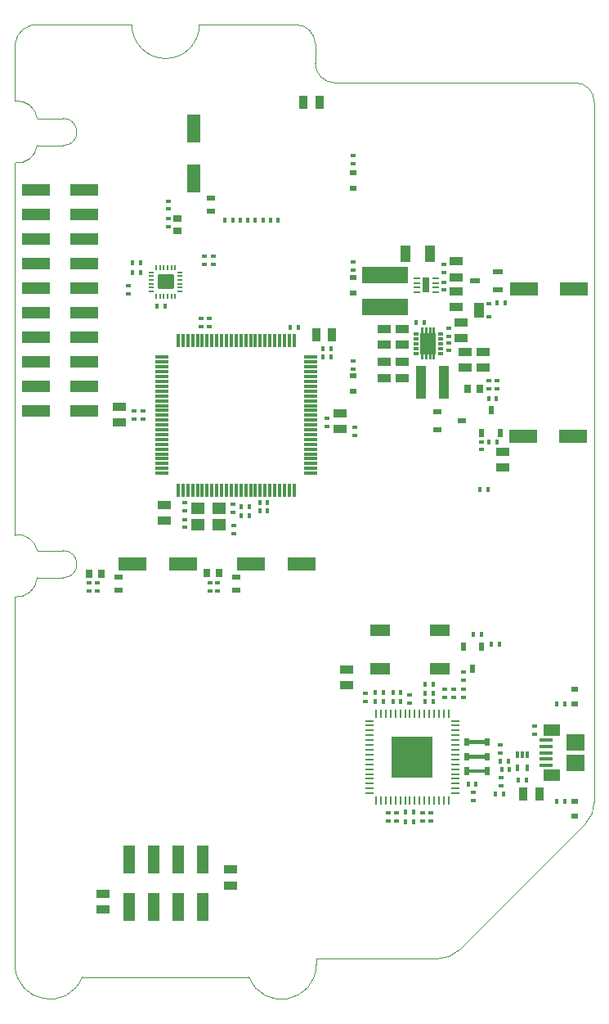
<source format=gtp>
G04 Layer_Color=8421504*
%FSLAX44Y44*%
%MOMM*%
G71*
G01*
G75*
%ADD10R,4.2500X4.2500*%
%ADD11R,0.8500X0.2800*%
%ADD12R,0.2800X0.8500*%
%ADD13R,2.6000X0.4000*%
%ADD14R,1.4000X1.2000*%
G04:AMPARAMS|DCode=15|XSize=1.54mm|YSize=1.7mm|CornerRadius=0.154mm|HoleSize=0mm|Usage=FLASHONLY|Rotation=270.000|XOffset=0mm|YOffset=0mm|HoleType=Round|Shape=RoundedRectangle|*
%AMROUNDEDRECTD15*
21,1,1.5400,1.3920,0,0,270.0*
21,1,1.2320,1.7000,0,0,270.0*
1,1,0.3080,-0.6960,-0.6160*
1,1,0.3080,-0.6960,0.6160*
1,1,0.3080,0.6960,0.6160*
1,1,0.3080,0.6960,-0.6160*
%
%ADD15ROUNDEDRECTD15*%
%ADD16R,0.5000X0.2000*%
%ADD17R,0.2000X0.5000*%
%ADD18R,1.4500X0.3000*%
%ADD19R,0.3000X1.4500*%
%ADD20R,0.8000X0.2500*%
%ADD21R,0.6900X1.6000*%
%ADD22R,0.6000X0.3500*%
%ADD23R,1.5800X2.1500*%
G04:AMPARAMS|DCode=24|XSize=0.56mm|YSize=0.41mm|CornerRadius=0.1025mm|HoleSize=0mm|Usage=FLASHONLY|Rotation=90.000|XOffset=0mm|YOffset=0mm|HoleType=Round|Shape=RoundedRectangle|*
%AMROUNDEDRECTD24*
21,1,0.5600,0.2050,0,0,90.0*
21,1,0.3550,0.4100,0,0,90.0*
1,1,0.2050,0.1025,0.1775*
1,1,0.2050,0.1025,-0.1775*
1,1,0.2050,-0.1025,-0.1775*
1,1,0.2050,-0.1025,0.1775*
%
%ADD24ROUNDEDRECTD24*%
G04:AMPARAMS|DCode=25|XSize=0.56mm|YSize=0.41mm|CornerRadius=0.1025mm|HoleSize=0mm|Usage=FLASHONLY|Rotation=180.000|XOffset=0mm|YOffset=0mm|HoleType=Round|Shape=RoundedRectangle|*
%AMROUNDEDRECTD25*
21,1,0.5600,0.2050,0,0,180.0*
21,1,0.3550,0.4100,0,0,180.0*
1,1,0.2050,-0.1775,0.1025*
1,1,0.2050,0.1775,0.1025*
1,1,0.2050,0.1775,-0.1025*
1,1,0.2050,-0.1775,-0.1025*
%
%ADD25ROUNDEDRECTD25*%
%ADD26R,0.8500X0.6000*%
%ADD27R,0.6000X0.9000*%
%ADD28R,1.0000X0.6000*%
%ADD29R,2.0000X1.2000*%
%ADD30R,4.8000X1.8000*%
%ADD31R,0.9800X3.4000*%
%ADD32R,0.8000X0.5000*%
%ADD33R,0.3000X0.7500*%
%ADD34R,1.1000X1.6000*%
%ADD35R,0.5000X0.4000*%
%ADD36R,0.9500X0.6000*%
%ADD37R,1.9000X1.7500*%
%ADD38R,1.8000X1.1500*%
%ADD39R,1.4000X0.4000*%
%ADD40R,2.9000X1.2700*%
%ADD41R,1.2700X2.9000*%
%ADD42R,2.9500X1.4000*%
%ADD43R,1.3500X0.8500*%
%ADD44R,0.8500X1.3500*%
%ADD45R,0.7500X0.8500*%
%ADD46R,0.8500X0.7500*%
%ADD47R,1.4000X2.9500*%
%ADD48R,1.1000X1.7000*%
%ADD52C,0.1000*%
G36*
X491500Y247000D02*
X486500D01*
Y249000D01*
X470500D01*
Y247000D01*
X465500D01*
Y255000D01*
X470500D01*
Y253000D01*
X486500D01*
Y255000D01*
X491500D01*
Y247000D01*
D02*
G37*
G36*
Y232000D02*
X486500D01*
Y234000D01*
X470500D01*
Y232000D01*
X465500D01*
Y240000D01*
X470500D01*
Y238000D01*
X486500D01*
Y240000D01*
X491500D01*
Y232000D01*
D02*
G37*
G36*
X435250Y688750D02*
X436000D01*
Y667250D01*
X435250D01*
Y661500D01*
X432750D01*
Y667250D01*
X431250D01*
Y661500D01*
X428750D01*
Y667250D01*
X427250D01*
Y661500D01*
X424750D01*
Y667250D01*
X423250D01*
Y661500D01*
X420750D01*
Y667250D01*
X420000D01*
Y688750D01*
X420750D01*
Y694500D01*
X423250D01*
Y688750D01*
X424750D01*
Y694500D01*
X427250D01*
Y688750D01*
X428750D01*
Y694500D01*
X431250D01*
Y688750D01*
X432750D01*
Y694500D01*
X435250D01*
Y688750D01*
D02*
G37*
G36*
X491500Y262000D02*
X486500D01*
Y264000D01*
X470500D01*
Y262000D01*
X465500D01*
Y270000D01*
X470500D01*
Y268000D01*
X486500D01*
Y270000D01*
X491500D01*
Y262000D01*
D02*
G37*
D10*
X411500Y250500D02*
D03*
D11*
X456250Y288000D02*
D03*
Y283000D02*
D03*
Y278000D02*
D03*
Y273000D02*
D03*
Y268000D02*
D03*
Y263000D02*
D03*
Y258000D02*
D03*
Y253000D02*
D03*
Y248000D02*
D03*
Y243000D02*
D03*
Y238000D02*
D03*
Y233000D02*
D03*
Y228000D02*
D03*
Y223000D02*
D03*
Y218000D02*
D03*
Y213000D02*
D03*
X366750D02*
D03*
Y218000D02*
D03*
Y223000D02*
D03*
Y228000D02*
D03*
Y233000D02*
D03*
Y238000D02*
D03*
Y243000D02*
D03*
Y248000D02*
D03*
Y253000D02*
D03*
Y258000D02*
D03*
Y263000D02*
D03*
Y268000D02*
D03*
Y273000D02*
D03*
Y278000D02*
D03*
Y283000D02*
D03*
Y288000D02*
D03*
D12*
X449000Y205750D02*
D03*
X444000D02*
D03*
X439000D02*
D03*
X434000D02*
D03*
X429000D02*
D03*
X424000D02*
D03*
X419000D02*
D03*
X414000D02*
D03*
X409000D02*
D03*
X404000D02*
D03*
X399000D02*
D03*
X394000D02*
D03*
X389000D02*
D03*
X384000D02*
D03*
X379000D02*
D03*
X374000D02*
D03*
Y295250D02*
D03*
X379000D02*
D03*
X384000D02*
D03*
X389000D02*
D03*
X394000D02*
D03*
X399000D02*
D03*
X404000D02*
D03*
X409000D02*
D03*
X414000D02*
D03*
X419000D02*
D03*
X424000D02*
D03*
X429000D02*
D03*
X434000D02*
D03*
X439000D02*
D03*
X444000D02*
D03*
X449000D02*
D03*
D13*
X478500Y236000D02*
D03*
Y251000D02*
D03*
Y266000D02*
D03*
D14*
X189500Y490500D02*
D03*
Y507500D02*
D03*
X211500D02*
D03*
Y490500D02*
D03*
D15*
X156000Y742000D02*
D03*
D16*
X170800Y752000D02*
D03*
Y748000D02*
D03*
Y744000D02*
D03*
Y740000D02*
D03*
Y736000D02*
D03*
Y732000D02*
D03*
X141200D02*
D03*
Y736000D02*
D03*
Y740000D02*
D03*
Y744000D02*
D03*
Y748000D02*
D03*
Y752000D02*
D03*
D17*
X166000Y727200D02*
D03*
X162000D02*
D03*
X158000D02*
D03*
X154000D02*
D03*
X150000D02*
D03*
X146000D02*
D03*
Y756800D02*
D03*
X150000D02*
D03*
X154000D02*
D03*
X158000D02*
D03*
X162000D02*
D03*
X166000D02*
D03*
D18*
X306250Y544000D02*
D03*
Y549000D02*
D03*
Y554000D02*
D03*
Y559000D02*
D03*
Y564000D02*
D03*
Y569000D02*
D03*
Y574000D02*
D03*
Y579000D02*
D03*
Y584000D02*
D03*
Y589000D02*
D03*
Y594000D02*
D03*
Y599000D02*
D03*
Y604000D02*
D03*
Y609000D02*
D03*
Y614000D02*
D03*
Y619000D02*
D03*
Y624000D02*
D03*
Y629000D02*
D03*
Y634000D02*
D03*
Y639000D02*
D03*
Y644000D02*
D03*
Y649000D02*
D03*
Y654000D02*
D03*
Y659000D02*
D03*
Y664000D02*
D03*
X151750D02*
D03*
Y659000D02*
D03*
Y654000D02*
D03*
Y649000D02*
D03*
Y644000D02*
D03*
Y639000D02*
D03*
Y634000D02*
D03*
Y629000D02*
D03*
Y624000D02*
D03*
Y619000D02*
D03*
Y614000D02*
D03*
Y609000D02*
D03*
Y604000D02*
D03*
Y599000D02*
D03*
Y594000D02*
D03*
Y589000D02*
D03*
Y584000D02*
D03*
Y579000D02*
D03*
Y574000D02*
D03*
Y569000D02*
D03*
Y564000D02*
D03*
Y559000D02*
D03*
Y554000D02*
D03*
Y549000D02*
D03*
Y544000D02*
D03*
D19*
X289000Y681250D02*
D03*
X284000D02*
D03*
X279000D02*
D03*
X274000D02*
D03*
X269000D02*
D03*
X264000D02*
D03*
X259000D02*
D03*
X254000D02*
D03*
X249000D02*
D03*
X244000D02*
D03*
X239000D02*
D03*
X234000D02*
D03*
X229000D02*
D03*
X224000D02*
D03*
X219000D02*
D03*
X214000D02*
D03*
X209000D02*
D03*
X204000D02*
D03*
X199000D02*
D03*
X194000D02*
D03*
X189000D02*
D03*
X184000D02*
D03*
X179000D02*
D03*
X174000D02*
D03*
X169000D02*
D03*
Y526750D02*
D03*
X174000D02*
D03*
X179000D02*
D03*
X184000D02*
D03*
X189000D02*
D03*
X194000D02*
D03*
X199000D02*
D03*
X204000D02*
D03*
X209000D02*
D03*
X214000D02*
D03*
X219000D02*
D03*
X224000D02*
D03*
X229000D02*
D03*
X234000D02*
D03*
X239000D02*
D03*
X244000D02*
D03*
X249000D02*
D03*
X254000D02*
D03*
X259000D02*
D03*
X264000D02*
D03*
X269000D02*
D03*
X274000D02*
D03*
X279000D02*
D03*
X284000D02*
D03*
X289000D02*
D03*
D20*
X435450Y731000D02*
D03*
Y736000D02*
D03*
Y741000D02*
D03*
Y746000D02*
D03*
X416550Y731000D02*
D03*
Y736000D02*
D03*
Y741000D02*
D03*
Y746000D02*
D03*
D21*
X426000Y738500D02*
D03*
D22*
X440900Y668000D02*
D03*
Y673000D02*
D03*
Y678000D02*
D03*
Y683000D02*
D03*
Y688000D02*
D03*
X415100Y668000D02*
D03*
Y673000D02*
D03*
Y678000D02*
D03*
Y683000D02*
D03*
Y688000D02*
D03*
D23*
X428000Y678000D02*
D03*
D24*
X483100Y377500D02*
D03*
X474900D02*
D03*
X217400Y806000D02*
D03*
X225600D02*
D03*
X241350D02*
D03*
X233150D02*
D03*
X248900D02*
D03*
X257100D02*
D03*
X272600D02*
D03*
X264400D02*
D03*
X493400Y367000D02*
D03*
X501600D02*
D03*
X561400Y305000D02*
D03*
X569600D02*
D03*
X561400Y205000D02*
D03*
X569600D02*
D03*
X433100Y316450D02*
D03*
X424900D02*
D03*
Y325500D02*
D03*
X433100D02*
D03*
X469400Y222500D02*
D03*
X477600D02*
D03*
X503900Y237500D02*
D03*
X512100D02*
D03*
X502900Y246000D02*
D03*
X511100D02*
D03*
X489600Y527500D02*
D03*
X481400D02*
D03*
X498600Y621500D02*
D03*
X490400D02*
D03*
X253400Y505000D02*
D03*
X261600D02*
D03*
X499100Y576000D02*
D03*
X490900D02*
D03*
X507600Y720500D02*
D03*
X499400D02*
D03*
X521400Y227000D02*
D03*
X530000D02*
D03*
X121900Y752000D02*
D03*
X130100D02*
D03*
X155350Y717000D02*
D03*
X147150D02*
D03*
X121900Y761500D02*
D03*
X130100D02*
D03*
X404400Y193500D02*
D03*
X412600D02*
D03*
X424900Y307550D02*
D03*
X433100D02*
D03*
X391400Y308000D02*
D03*
X399600D02*
D03*
X381600D02*
D03*
X373400D02*
D03*
X404400Y183500D02*
D03*
X412600D02*
D03*
X391400Y317000D02*
D03*
X399600D02*
D03*
X381600D02*
D03*
X373400D02*
D03*
X497400Y212500D02*
D03*
X505600D02*
D03*
X253400Y513500D02*
D03*
X261600D02*
D03*
X293100Y694500D02*
D03*
X284900D02*
D03*
X327100Y664000D02*
D03*
X318900D02*
D03*
X242600Y509500D02*
D03*
X234400D02*
D03*
X327100Y673000D02*
D03*
X318900D02*
D03*
X242850Y500000D02*
D03*
X234650D02*
D03*
X423600Y700000D02*
D03*
X415400D02*
D03*
D25*
X195750Y768100D02*
D03*
Y759900D02*
D03*
X205500Y768100D02*
D03*
Y759900D02*
D03*
X350000Y872600D02*
D03*
Y864400D02*
D03*
X202000Y430600D02*
D03*
Y422400D02*
D03*
X76750Y430600D02*
D03*
Y422400D02*
D03*
X158500Y807100D02*
D03*
Y798900D02*
D03*
X210000Y430600D02*
D03*
Y422400D02*
D03*
X85000Y430600D02*
D03*
Y422400D02*
D03*
X158500Y817400D02*
D03*
Y825600D02*
D03*
X464500Y338100D02*
D03*
Y329900D02*
D03*
X430850Y184400D02*
D03*
Y192600D02*
D03*
X422500Y184400D02*
D03*
Y192600D02*
D03*
X395000Y184400D02*
D03*
Y192600D02*
D03*
X386250Y184400D02*
D03*
Y192600D02*
D03*
X445000Y320600D02*
D03*
Y312400D02*
D03*
X474500Y214100D02*
D03*
Y205900D02*
D03*
X201000Y695900D02*
D03*
Y704100D02*
D03*
X193000Y695900D02*
D03*
Y704100D02*
D03*
X350000Y762600D02*
D03*
Y754400D02*
D03*
Y660100D02*
D03*
Y651900D02*
D03*
X444000Y760100D02*
D03*
Y751900D02*
D03*
X444350Y733400D02*
D03*
Y741600D02*
D03*
X449000Y694100D02*
D03*
Y685900D02*
D03*
X449050Y670900D02*
D03*
Y679100D02*
D03*
X483450Y576600D02*
D03*
Y568400D02*
D03*
X490500Y631400D02*
D03*
Y639600D02*
D03*
X499000D02*
D03*
Y631400D02*
D03*
X538500Y274200D02*
D03*
Y282800D02*
D03*
X352000Y591800D02*
D03*
Y583200D02*
D03*
X117500Y729900D02*
D03*
Y738100D02*
D03*
X464500Y320600D02*
D03*
Y312400D02*
D03*
X454500Y320600D02*
D03*
Y312400D02*
D03*
X409000Y314600D02*
D03*
Y306400D02*
D03*
X363000Y316100D02*
D03*
Y307900D02*
D03*
X503450Y220900D02*
D03*
Y229100D02*
D03*
X502500Y263100D02*
D03*
Y254900D02*
D03*
X226000Y503900D02*
D03*
Y512100D02*
D03*
X323000Y600600D02*
D03*
Y592400D02*
D03*
X226500Y481900D02*
D03*
Y490100D02*
D03*
X176000Y496100D02*
D03*
Y487900D02*
D03*
X132500Y608100D02*
D03*
Y599900D02*
D03*
X123000Y608100D02*
D03*
Y599900D02*
D03*
X176000Y505400D02*
D03*
Y513600D02*
D03*
D26*
X229500Y437000D02*
D03*
Y423000D02*
D03*
X107000Y437000D02*
D03*
Y423000D02*
D03*
X203000Y829000D02*
D03*
Y815000D02*
D03*
D27*
X483500Y364500D02*
D03*
X464500D02*
D03*
X474000Y341500D02*
D03*
X483500Y586000D02*
D03*
X502500D02*
D03*
X493000Y609000D02*
D03*
D28*
X500000Y733500D02*
D03*
Y752500D02*
D03*
X476000Y743000D02*
D03*
D29*
X440000Y381500D02*
D03*
X378000D02*
D03*
X440000Y341500D02*
D03*
X378000D02*
D03*
D30*
X383000Y749350D02*
D03*
Y716350D02*
D03*
D31*
X444350Y638000D02*
D03*
X420650D02*
D03*
D32*
X350000Y838500D02*
D03*
Y854500D02*
D03*
X579450Y305000D02*
D03*
Y321000D02*
D03*
Y189000D02*
D03*
Y205000D02*
D03*
X350000Y730100D02*
D03*
Y746100D02*
D03*
Y628500D02*
D03*
Y644500D02*
D03*
D33*
X530700Y253000D02*
D03*
X525700D02*
D03*
X520700D02*
D03*
Y239000D02*
D03*
X530700D02*
D03*
D34*
X480500Y712500D02*
D03*
D35*
X491000Y706000D02*
D03*
Y719000D02*
D03*
D36*
X462750Y598500D02*
D03*
X437250Y589000D02*
D03*
Y608000D02*
D03*
D37*
X580200Y265750D02*
D03*
Y244250D02*
D03*
D38*
X556200Y278200D02*
D03*
Y231800D02*
D03*
D39*
X550200Y242000D02*
D03*
Y248500D02*
D03*
Y255000D02*
D03*
Y261500D02*
D03*
Y268000D02*
D03*
D40*
X22000Y659500D02*
D03*
Y684900D02*
D03*
X71500Y659500D02*
D03*
X22000Y710300D02*
D03*
X71500D02*
D03*
X22000Y735700D02*
D03*
X71500D02*
D03*
Y837300D02*
D03*
Y811900D02*
D03*
Y786500D02*
D03*
Y761100D02*
D03*
X22000Y837300D02*
D03*
Y811900D02*
D03*
Y786500D02*
D03*
Y761100D02*
D03*
X71500Y684900D02*
D03*
Y634100D02*
D03*
Y608700D02*
D03*
X22000Y634100D02*
D03*
Y608700D02*
D03*
D41*
X118000Y144750D02*
D03*
X143400D02*
D03*
X168800D02*
D03*
X194200D02*
D03*
X118000Y95250D02*
D03*
X143400D02*
D03*
X168800D02*
D03*
X194200D02*
D03*
D42*
X527000Y735000D02*
D03*
X579000D02*
D03*
X244500Y450000D02*
D03*
X296500D02*
D03*
X122000D02*
D03*
X174000D02*
D03*
X526000Y582000D02*
D03*
X578000D02*
D03*
D43*
X222850Y117750D02*
D03*
Y134250D02*
D03*
X91000Y109250D02*
D03*
Y92750D02*
D03*
X343500Y341250D02*
D03*
Y324750D02*
D03*
X504750Y549750D02*
D03*
Y566250D02*
D03*
X337000Y606250D02*
D03*
Y589750D02*
D03*
X108500Y612750D02*
D03*
Y596250D02*
D03*
X155000Y494750D02*
D03*
Y511250D02*
D03*
X382000Y642750D02*
D03*
Y659250D02*
D03*
X401000Y693250D02*
D03*
Y676750D02*
D03*
X382000Y693250D02*
D03*
Y676750D02*
D03*
X401000Y642750D02*
D03*
Y659250D02*
D03*
X457000Y715750D02*
D03*
Y732250D02*
D03*
X462000Y700250D02*
D03*
Y683750D02*
D03*
X457000Y763250D02*
D03*
Y746750D02*
D03*
X485000Y653250D02*
D03*
Y669750D02*
D03*
X466000Y653250D02*
D03*
Y669750D02*
D03*
D44*
X299000Y928000D02*
D03*
X315500D02*
D03*
X543250Y212000D02*
D03*
X526750D02*
D03*
X328250Y687000D02*
D03*
X311750D02*
D03*
D45*
X198750Y440500D02*
D03*
X211250D02*
D03*
X76750Y440000D02*
D03*
X89250D02*
D03*
X468750Y631550D02*
D03*
X481250D02*
D03*
D46*
X168500Y794750D02*
D03*
Y807250D02*
D03*
D47*
X185000Y849000D02*
D03*
Y901000D02*
D03*
D48*
X404000Y771000D02*
D03*
X430000D02*
D03*
D52*
X311000Y968000D02*
G03*
X331000Y948000I20000J0D01*
G01*
X311000Y988000D02*
G03*
X291000Y1008000I-20000J0D01*
G01*
X25000Y1007999D02*
G03*
X0Y988000I-2500J-22499D01*
G01*
X23000Y911000D02*
G03*
X-0Y929000I-20500J-2500D01*
G01*
Y865000D02*
G03*
X23000Y883000I2500J20500D01*
G01*
X23000Y464000D02*
G03*
X-0Y480000I-19500J-3500D01*
G01*
X0Y416000D02*
G03*
X23000Y436000I1500J21500D01*
G01*
X121000Y1008000D02*
G03*
X156000Y973000I35000J0D01*
G01*
D02*
G03*
X191000Y1008000I0J35000D01*
G01*
X-1Y36000D02*
G03*
X69600Y23000I36035J109D01*
G01*
X242399Y22999D02*
G03*
X312000Y36000I33587J12998D01*
G01*
X591213Y182213D02*
G03*
X600000Y203426I-21213J21213D01*
G01*
X438574Y42000D02*
G03*
X459787Y50787I0J30000D01*
G01*
X600000Y928000D02*
G03*
X580000Y948000I-20000J0D01*
G01*
X50000Y883000D02*
G03*
X50000Y911000I0J14000D01*
G01*
Y436000D02*
G03*
X50000Y464000I0J14000D01*
G01*
X311000Y968000D02*
Y988000D01*
X191000Y1008000D02*
X291000D01*
X0Y929000D02*
Y988000D01*
X25000Y1008000D02*
X121000D01*
X23000Y911000D02*
X50000D01*
X23000Y883000D02*
X50000D01*
X0Y480000D02*
Y865000D01*
X23000Y436000D02*
X50000D01*
X23000Y464000D02*
X50000D01*
X69600Y23000D02*
X242400D01*
X0Y36000D02*
Y416000D01*
X312000Y36000D02*
Y42000D01*
X600000Y203426D02*
Y928000D01*
X459787Y50787D02*
X591213Y182213D01*
X331000Y948000D02*
X580000D01*
X312000Y42000D02*
X438574D01*
M02*

</source>
